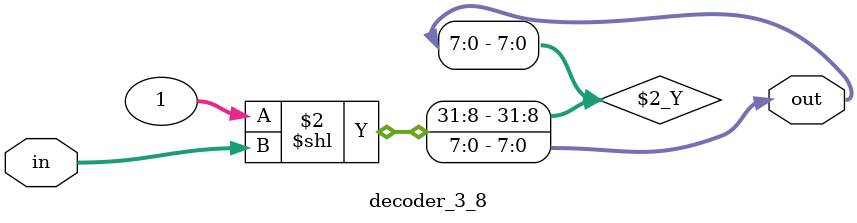
<source format=v>
`timescale 1ns / 1ps

module decoder_3_8(in, out);

    parameter N = 3;

    input  wire [N-1:0] in;
    output reg  [2**N-1:0] out;

    always @(*)
        begin
            out = 1 << in;
        end

endmodule

</source>
